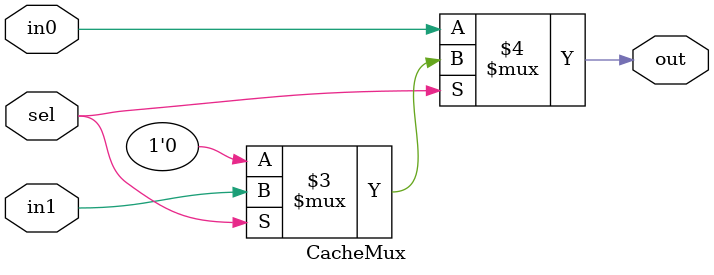
<source format=v>
`timescale 1ns / 1ps


module CacheMux(input sel, input in0,in1,output out);

assign out = (sel == 1'b0) ? in0 : (sel == 1'b1) ? in1 : 1'b0; 

endmodule

</source>
